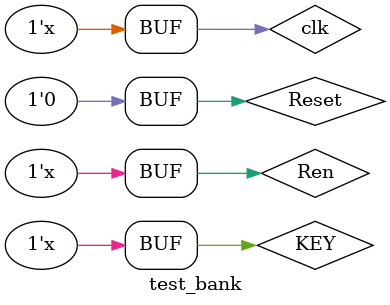
<source format=v>
module bank(Clock, Reset, KEY, LED, Ren, pt);
	input Clock, Reset, KEY, Ren;
	output [4:0] LED;
	//output [6:0] hex0, hex1;
	output signed [3:0] pt;
	
	wire [3:0] pt_code0, pt_code1, pt_code2, pt_code3, pt_code4;
	
	score sc (pt, pt_code0, pt_code1, pt_code2, pt_code3, pt_code4);
	
	wire [2:0] top_code;
	encode_top et (LED, top_code);
	
	//L0(Clock, Reset, BL, KEY, TOP_POS, lighton, pt);
	L0 light_0 (Clock, Reset, Ren, ~KEY, top_code, LED[0], pt_code0);
	L1 light_1 (Clock, Reset, LED[0], ~KEY, top_code, LED[1], pt_code1);
	L2 light_2 (Clock, Reset, LED[1], ~KEY, top_code, LED[2], pt_code2);
	L3 light_3 (Clock, Reset, LED[2], ~KEY, top_code, LED[3], pt_code3);
	L4 light_4 (Clock, Reset, LED[3], ~KEY, top_code, LED[4], pt_code4);
	
	
endmodule 

module test_bank;
	reg clk, Reset, KEY;
	reg Ren;
	reg [4:0] clk_SPD;
	wire [4:0] LED;
	wire [2:0] top_code;
	
	//bank_0(CLOCK_50, Reset, KEY, clk_SPD, LED, top_code);
	bank_0 bk (clk, Reset, KEY, clk_SPD, LED, top_code);
	
	parameter cc = 10;
	
	always
		#cc clk = ~clk;
		
	always
		#(5*cc) KEY = ~KEY;
		
	always
		#(7*cc) Ren = ~Ren;
		
	initial
	begin
		Reset = 1;
		clk = 0;
		KEY = 0;
		Ren = 0;
		#cc Reset = 0;
	end
	
endmodule 
</source>
